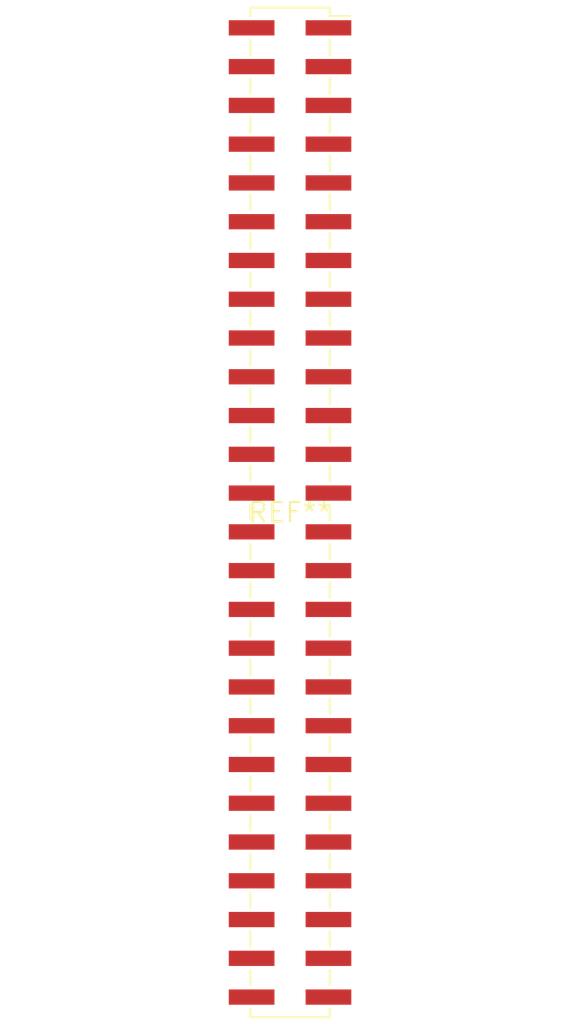
<source format=kicad_pcb>
(kicad_pcb (version 20240108) (generator pcbnew)
  (layers (0 "F.Cu" signal) (31 "B.Cu" signal) (34 "B.Paste" user) (35 "F.Paste" user) (36 "B.SilkS" user "B.Silkscreen") (37 "F.SilkS" user "F.Silkscreen") (38 "B.Mask" user) (39 "F.Mask" user) (44 "Edge.Cuts" user))
  (net 0 "")
  (footprint "PinSocket_2x26_P2.54mm_Vertical_SMD" (layer "F.Cu") (at 0 0)
    (property "Reference" "REF**")
    (property "Value" "PinSocket_2x26_P2.54mm_Vertical_SMD")
    (fp_line (start -2.6 -33.08) (end -2.6 -32.51) (layer "F.SilkS") (stroke (width 0.12)))
    (fp_line (start -2.6 -33.08) (end 2.6 -33.08) (layer "F.SilkS") (stroke (width 0.12)))
    (fp_line (start -2.6 -30.99) (end -2.6 -29.97) (layer "F.SilkS") (stroke (width 0.12)))
    (fp_line (start -2.6 -28.45) (end -2.6 -27.43) (layer "F.SilkS") (stroke (width 0.12)))
    (fp_line (start -2.6 -25.91) (end -2.6 -24.89) (layer "F.SilkS") (stroke (width 0.12)))
    (fp_line (start -2.6 -23.37) (end -2.6 -22.35) (layer "F.SilkS") (stroke (width 0.12)))
    (fp_line (start -2.6 -20.83) (end -2.6 -19.81) (layer "F.SilkS") (stroke (width 0.12)))
    (fp_line (start -2.6 -18.29) (end -2.6 -17.27) (layer "F.SilkS") (stroke (width 0.12)))
    (fp_line (start -2.6 -15.75) (end -2.6 -14.73) (layer "F.SilkS") (stroke (width 0.12)))
    (fp_line (start -2.6 -13.21) (end -2.6 -12.19) (layer "F.SilkS") (stroke (width 0.12)))
    (fp_line (start -2.6 -10.67) (end -2.6 -9.65) (layer "F.SilkS") (stroke (width 0.12)))
    (fp_line (start -2.6 -8.13) (end -2.6 -7.11) (layer "F.SilkS") (stroke (width 0.12)))
    (fp_line (start -2.6 -5.59) (end -2.6 -4.57) (layer "F.SilkS") (stroke (width 0.12)))
    (fp_line (start -2.6 -3.05) (end -2.6 -2.03) (layer "F.SilkS") (stroke (width 0.12)))
    (fp_line (start -2.6 -0.51) (end -2.6 0.51) (layer "F.SilkS") (stroke (width 0.12)))
    (fp_line (start -2.6 2.03) (end -2.6 3.05) (layer "F.SilkS") (stroke (width 0.12)))
    (fp_line (start -2.6 4.57) (end -2.6 5.59) (layer "F.SilkS") (stroke (width 0.12)))
    (fp_line (start -2.6 7.11) (end -2.6 8.13) (layer "F.SilkS") (stroke (width 0.12)))
    (fp_line (start -2.6 9.65) (end -2.6 10.67) (layer "F.SilkS") (stroke (width 0.12)))
    (fp_line (start -2.6 12.19) (end -2.6 13.21) (layer "F.SilkS") (stroke (width 0.12)))
    (fp_line (start -2.6 14.73) (end -2.6 15.75) (layer "F.SilkS") (stroke (width 0.12)))
    (fp_line (start -2.6 17.27) (end -2.6 18.29) (layer "F.SilkS") (stroke (width 0.12)))
    (fp_line (start -2.6 19.81) (end -2.6 20.83) (layer "F.SilkS") (stroke (width 0.12)))
    (fp_line (start -2.6 22.35) (end -2.6 23.37) (layer "F.SilkS") (stroke (width 0.12)))
    (fp_line (start -2.6 24.89) (end -2.6 25.91) (layer "F.SilkS") (stroke (width 0.12)))
    (fp_line (start -2.6 27.43) (end -2.6 28.45) (layer "F.SilkS") (stroke (width 0.12)))
    (fp_line (start -2.6 29.97) (end -2.6 30.99) (layer "F.SilkS") (stroke (width 0.12)))
    (fp_line (start -2.6 32.51) (end -2.6 33.08) (layer "F.SilkS") (stroke (width 0.12)))
    (fp_line (start -2.6 33.08) (end 2.6 33.08) (layer "F.SilkS") (stroke (width 0.12)))
    (fp_line (start 2.6 -33.08) (end 2.6 -32.51) (layer "F.SilkS") (stroke (width 0.12)))
    (fp_line (start 2.6 -32.51) (end 3.96 -32.51) (layer "F.SilkS") (stroke (width 0.12)))
    (fp_line (start 2.6 -30.99) (end 2.6 -29.97) (layer "F.SilkS") (stroke (width 0.12)))
    (fp_line (start 2.6 -28.45) (end 2.6 -27.43) (layer "F.SilkS") (stroke (width 0.12)))
    (fp_line (start 2.6 -25.91) (end 2.6 -24.89) (layer "F.SilkS") (stroke (width 0.12)))
    (fp_line (start 2.6 -23.37) (end 2.6 -22.35) (layer "F.SilkS") (stroke (width 0.12)))
    (fp_line (start 2.6 -20.83) (end 2.6 -19.81) (layer "F.SilkS") (stroke (width 0.12)))
    (fp_line (start 2.6 -18.29) (end 2.6 -17.27) (layer "F.SilkS") (stroke (width 0.12)))
    (fp_line (start 2.6 -15.75) (end 2.6 -14.73) (layer "F.SilkS") (stroke (width 0.12)))
    (fp_line (start 2.6 -13.21) (end 2.6 -12.19) (layer "F.SilkS") (stroke (width 0.12)))
    (fp_line (start 2.6 -10.67) (end 2.6 -9.65) (layer "F.SilkS") (stroke (width 0.12)))
    (fp_line (start 2.6 -8.13) (end 2.6 -7.11) (layer "F.SilkS") (stroke (width 0.12)))
    (fp_line (start 2.6 -5.59) (end 2.6 -4.57) (layer "F.SilkS") (stroke (width 0.12)))
    (fp_line (start 2.6 -3.05) (end 2.6 -2.03) (layer "F.SilkS") (stroke (width 0.12)))
    (fp_line (start 2.6 -0.51) (end 2.6 0.51) (layer "F.SilkS") (stroke (width 0.12)))
    (fp_line (start 2.6 2.03) (end 2.6 3.05) (layer "F.SilkS") (stroke (width 0.12)))
    (fp_line (start 2.6 4.57) (end 2.6 5.59) (layer "F.SilkS") (stroke (width 0.12)))
    (fp_line (start 2.6 7.11) (end 2.6 8.13) (layer "F.SilkS") (stroke (width 0.12)))
    (fp_line (start 2.6 9.65) (end 2.6 10.67) (layer "F.SilkS") (stroke (width 0.12)))
    (fp_line (start 2.6 12.19) (end 2.6 13.21) (layer "F.SilkS") (stroke (width 0.12)))
    (fp_line (start 2.6 14.73) (end 2.6 15.75) (layer "F.SilkS") (stroke (width 0.12)))
    (fp_line (start 2.6 17.27) (end 2.6 18.29) (layer "F.SilkS") (stroke (width 0.12)))
    (fp_line (start 2.6 19.81) (end 2.6 20.83) (layer "F.SilkS") (stroke (width 0.12)))
    (fp_line (start 2.6 22.35) (end 2.6 23.37) (layer "F.SilkS") (stroke (width 0.12)))
    (fp_line (start 2.6 24.89) (end 2.6 25.91) (layer "F.SilkS") (stroke (width 0.12)))
    (fp_line (start 2.6 27.43) (end 2.6 28.45) (layer "F.SilkS") (stroke (width 0.12)))
    (fp_line (start 2.6 29.97) (end 2.6 30.99) (layer "F.SilkS") (stroke (width 0.12)))
    (fp_line (start 2.6 32.51) (end 2.6 33.08) (layer "F.SilkS") (stroke (width 0.12)))
    (pad "1" smd rect (at 2.52 -31.75) (size 3 1) (layers "F.Cu" "F.Paste" "F.Mask"))
    (pad "2" smd rect (at -2.52 -31.75) (size 3 1) (layers "F.Cu" "F.Paste" "F.Mask"))
    (pad "3" smd rect (at 2.52 -29.21) (size 3 1) (layers "F.Cu" "F.Paste" "F.Mask"))
    (pad "4" smd rect (at -2.52 -29.21) (size 3 1) (layers "F.Cu" "F.Paste" "F.Mask"))
    (pad "5" smd rect (at 2.52 -26.67) (size 3 1) (layers "F.Cu" "F.Paste" "F.Mask"))
    (pad "6" smd rect (at -2.52 -26.67) (size 3 1) (layers "F.Cu" "F.Paste" "F.Mask"))
    (pad "7" smd rect (at 2.52 -24.13) (size 3 1) (layers "F.Cu" "F.Paste" "F.Mask"))
    (pad "8" smd rect (at -2.52 -24.13) (size 3 1) (layers "F.Cu" "F.Paste" "F.Mask"))
    (pad "9" smd rect (at 2.52 -21.59) (size 3 1) (layers "F.Cu" "F.Paste" "F.Mask"))
    (pad "10" smd rect (at -2.52 -21.59) (size 3 1) (layers "F.Cu" "F.Paste" "F.Mask"))
    (pad "11" smd rect (at 2.52 -19.05) (size 3 1) (layers "F.Cu" "F.Paste" "F.Mask"))
    (pad "12" smd rect (at -2.52 -19.05) (size 3 1) (layers "F.Cu" "F.Paste" "F.Mask"))
    (pad "13" smd rect (at 2.52 -16.51) (size 3 1) (layers "F.Cu" "F.Paste" "F.Mask"))
    (pad "14" smd rect (at -2.52 -16.51) (size 3 1) (layers "F.Cu" "F.Paste" "F.Mask"))
    (pad "15" smd rect (at 2.52 -13.97) (size 3 1) (layers "F.Cu" "F.Paste" "F.Mask"))
    (pad "16" smd rect (at -2.52 -13.97) (size 3 1) (layers "F.Cu" "F.Paste" "F.Mask"))
    (pad "17" smd rect (at 2.52 -11.43) (size 3 1) (layers "F.Cu" "F.Paste" "F.Mask"))
    (pad "18" smd rect (at -2.52 -11.43) (size 3 1) (layers "F.Cu" "F.Paste" "F.Mask"))
    (pad "19" smd rect (at 2.52 -8.89) (size 3 1) (layers "F.Cu" "F.Paste" "F.Mask"))
    (pad "20" smd rect (at -2.52 -8.89) (size 3 1) (layers "F.Cu" "F.Paste" "F.Mask"))
    (pad "21" smd rect (at 2.52 -6.35) (size 3 1) (layers "F.Cu" "F.Paste" "F.Mask"))
    (pad "22" smd rect (at -2.52 -6.35) (size 3 1) (layers "F.Cu" "F.Paste" "F.Mask"))
    (pad "23" smd rect (at 2.52 -3.81) (size 3 1) (layers "F.Cu" "F.Paste" "F.Mask"))
    (pad "24" smd rect (at -2.52 -3.81) (size 3 1) (layers "F.Cu" "F.Paste" "F.Mask"))
    (pad "25" smd rect (at 2.52 -1.27) (size 3 1) (layers "F.Cu" "F.Paste" "F.Mask"))
    (pad "26" smd rect (at -2.52 -1.27) (size 3 1) (layers "F.Cu" "F.Paste" "F.Mask"))
    (pad "27" smd rect (at 2.52 1.27) (size 3 1) (layers "F.Cu" "F.Paste" "F.Mask"))
    (pad "28" smd rect (at -2.52 1.27) (size 3 1) (layers "F.Cu" "F.Paste" "F.Mask"))
    (pad "29" smd rect (at 2.52 3.81) (size 3 1) (layers "F.Cu" "F.Paste" "F.Mask"))
    (pad "30" smd rect (at -2.52 3.81) (size 3 1) (layers "F.Cu" "F.Paste" "F.Mask"))
    (pad "31" smd rect (at 2.52 6.35) (size 3 1) (layers "F.Cu" "F.Paste" "F.Mask"))
    (pad "32" smd rect (at -2.52 6.35) (size 3 1) (layers "F.Cu" "F.Paste" "F.Mask"))
    (pad "33" smd rect (at 2.52 8.89) (size 3 1) (layers "F.Cu" "F.Paste" "F.Mask"))
    (pad "34" smd rect (at -2.52 8.89) (size 3 1) (layers "F.Cu" "F.Paste" "F.Mask"))
    (pad "35" smd rect (at 2.52 11.43) (size 3 1) (layers "F.Cu" "F.Paste" "F.Mask"))
    (pad "36" smd rect (at -2.52 11.43) (size 3 1) (layers "F.Cu" "F.Paste" "F.Mask"))
    (pad "37" smd rect (at 2.52 13.97) (size 3 1) (layers "F.Cu" "F.Paste" "F.Mask"))
    (pad "38" smd rect (at -2.52 13.97) (size 3 1) (layers "F.Cu" "F.Paste" "F.Mask"))
    (pad "39" smd rect (at 2.52 16.51) (size 3 1) (layers "F.Cu" "F.Paste" "F.Mask"))
    (pad "40" smd rect (at -2.52 16.51) (size 3 1) (layers "F.Cu" "F.Paste" "F.Mask"))
    (pad "41" smd rect (at 2.52 19.05) (size 3 1) (layers "F.Cu" "F.Paste" "F.Mask"))
    (pad "42" smd rect (at -2.52 19.05) (size 3 1) (layers "F.Cu" "F.Paste" "F.Mask"))
    (pad "43" smd rect (at 2.52 21.59) (size 3 1) (layers "F.Cu" "F.Paste" "F.Mask"))
    (pad "44" smd rect (at -2.52 21.59) (size 3 1) (layers "F.Cu" "F.Paste" "F.Mask"))
    (pad "45" smd rect (at 2.52 24.13) (size 3 1) (layers "F.Cu" "F.Paste" "F.Mask"))
    (pad "46" smd rect (at -2.52 24.13) (size 3 1) (layers "F.Cu" "F.Paste" "F.Mask"))
    (pad "47" smd rect (at 2.52 26.67) (size 3 1) (layers "F.Cu" "F.Paste" "F.Mask"))
    (pad "48" smd rect (at -2.52 26.67) (size 3 1) (layers "F.Cu" "F.Paste" "F.Mask"))
    (pad "49" smd rect (at 2.52 29.21) (size 3 1) (layers "F.Cu" "F.Paste" "F.Mask"))
    (pad "50" smd rect (at -2.52 29.21) (size 3 1) (layers "F.Cu" "F.Paste" "F.Mask"))
    (pad "51" smd rect (at 2.52 31.75) (size 3 1) (layers "F.Cu" "F.Paste" "F.Mask"))
    (pad "52" smd rect (at -2.52 31.75) (size 3 1) (layers "F.Cu" "F.Paste" "F.Mask"))
  )
)
</source>
